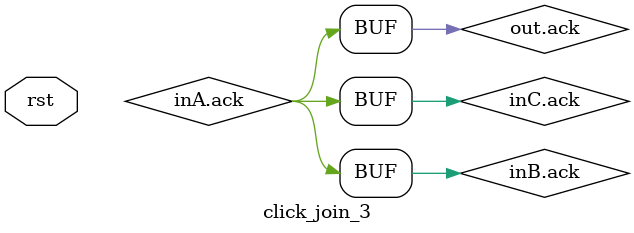
<source format=sv>
module click_join_3 #(
    parameter PHASE_INIT = 0
) (
    input rst,
    ifc_click inA,
    ifc_click inB,
    ifc_click inC,
    ifc_click_nodata out
);

reg phase;

assign inA.ack = out.ack;
assign inB.ack = out.ack;
assign inC.ack = out.ack;
assign out.req = phase;

wire #5 click = (inA.req ^ phase) && (inB.req ^ phase) && (inC.req ^ phase); 

always @(posedge click, posedge rst)
begin
    if (rst)
        phase <= PHASE_INIT;
    else
        phase <= #5 !phase;
end

endmodule
</source>
